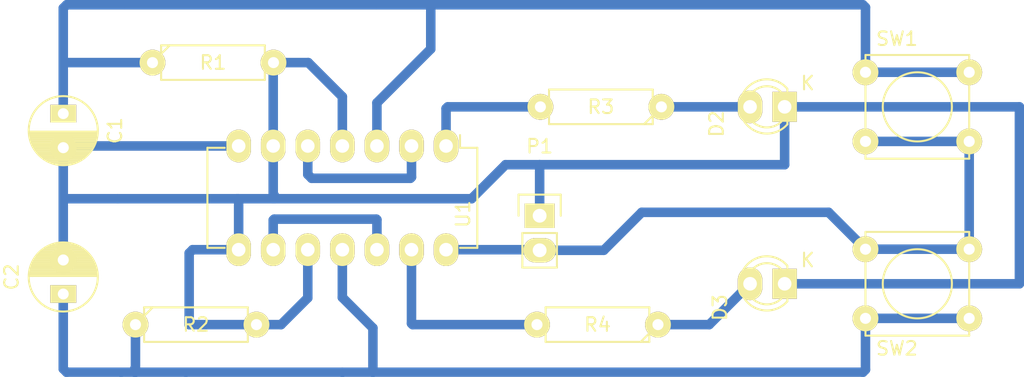
<source format=kicad_pcb>
(kicad_pcb (version 4) (host pcbnew 4.0.1-3.201512221402+6198~38~ubuntu14.04.1-stable)

  (general
    (links 30)
    (no_connects 1)
    (area 110.825 86.949999 187.550002 116.050002)
    (thickness 1.6)
    (drawings 0)
    (tracks 102)
    (zones 0)
    (modules 12)
    (nets 11)
  )

  (page A4)
  (layers
    (0 F.Cu signal)
    (31 B.Cu signal)
    (32 B.Adhes user)
    (33 F.Adhes user)
    (34 B.Paste user)
    (35 F.Paste user)
    (36 B.SilkS user)
    (37 F.SilkS user)
    (38 B.Mask user)
    (39 F.Mask user)
    (40 Dwgs.User user)
    (41 Cmts.User user)
    (42 Eco1.User user)
    (43 Eco2.User user)
    (44 Edge.Cuts user)
    (45 Margin user)
    (46 B.CrtYd user)
    (47 F.CrtYd user)
    (48 B.Fab user)
    (49 F.Fab user)
  )

  (setup
    (last_trace_width 0.7)
    (trace_clearance 0.7)
    (zone_clearance 1.508)
    (zone_45_only yes)
    (trace_min 0.2)
    (segment_width 0.2)
    (edge_width 0.15)
    (via_size 0.5)
    (via_drill 0.4)
    (via_min_size 0.4)
    (via_min_drill 0.3)
    (uvia_size 0.3)
    (uvia_drill 0.1)
    (uvias_allowed no)
    (uvia_min_size 0.2)
    (uvia_min_drill 0.1)
    (pcb_text_width 0.3)
    (pcb_text_size 1.5 1.5)
    (mod_edge_width 0.15)
    (mod_text_size 1 1)
    (mod_text_width 0.15)
    (pad_size 2.5 2)
    (pad_drill 1.00076)
    (pad_to_mask_clearance 0.2)
    (aux_axis_origin 0 0)
    (visible_elements FFFFFF7F)
    (pcbplotparams
      (layerselection 0x00030_80000001)
      (usegerberextensions false)
      (excludeedgelayer true)
      (linewidth 0.100000)
      (plotframeref false)
      (viasonmask false)
      (mode 1)
      (useauxorigin false)
      (hpglpennumber 1)
      (hpglpenspeed 20)
      (hpglpendiameter 15)
      (hpglpenoverlay 2)
      (psnegative false)
      (psa4output false)
      (plotreference true)
      (plotvalue true)
      (plotinvisibletext false)
      (padsonsilk false)
      (subtractmaskfromsilk false)
      (outputformat 1)
      (mirror false)
      (drillshape 1)
      (scaleselection 1)
      (outputdirectory ""))
  )

  (net 0 "")
  (net 1 "Net-(C1-Pad1)")
  (net 2 "Net-(C2-Pad1)")
  (net 3 "Net-(D2-Pad2)")
  (net 4 "Net-(D3-Pad2)")
  (net 5 "Net-(U1-Pad2)")
  (net 6 "Net-(U1-Pad12)")
  (net 7 "Net-(R3-Pad2)")
  (net 8 "Net-(R4-Pad2)")
  (net 9 GND)
  (net 10 VCC)

  (net_class Default "This is the default net class."
    (clearance 0.7)
    (trace_width 0.7)
    (via_dia 0.5)
    (via_drill 0.4)
    (uvia_dia 0.3)
    (uvia_drill 0.1)
    (add_net GND)
    (add_net "Net-(C1-Pad1)")
    (add_net "Net-(C2-Pad1)")
    (add_net "Net-(D2-Pad2)")
    (add_net "Net-(D3-Pad2)")
    (add_net "Net-(R3-Pad2)")
    (add_net "Net-(R4-Pad2)")
    (add_net "Net-(U1-Pad12)")
    (add_net "Net-(U1-Pad2)")
    (add_net VCC)
  )

  (module Capacitors_ThroughHole:C_Radial_D5_L6_P2.5 (layer F.Cu) (tedit 5688FA19) (tstamp 5687248B)
    (at 116.25 96 270)
    (descr "Radial Electrolytic Capacitor Diameter 5mm x Length 6mm, Pitch 2.5mm")
    (tags "Electrolytic Capacitor")
    (path /56871CAE)
    (fp_text reference C1 (at 1.25 -3.8 270) (layer F.SilkS)
      (effects (font (size 1 1) (thickness 0.15)))
    )
    (fp_text value C (at 1.25 3.8 270) (layer F.Fab)
      (effects (font (size 1 1) (thickness 0.15)))
    )
    (fp_line (start 1.325 -2.499) (end 1.325 2.499) (layer F.SilkS) (width 0.15))
    (fp_line (start 1.465 -2.491) (end 1.465 2.491) (layer F.SilkS) (width 0.15))
    (fp_line (start 1.605 -2.475) (end 1.605 -0.095) (layer F.SilkS) (width 0.15))
    (fp_line (start 1.605 0.095) (end 1.605 2.475) (layer F.SilkS) (width 0.15))
    (fp_line (start 1.745 -2.451) (end 1.745 -0.49) (layer F.SilkS) (width 0.15))
    (fp_line (start 1.745 0.49) (end 1.745 2.451) (layer F.SilkS) (width 0.15))
    (fp_line (start 1.885 -2.418) (end 1.885 -0.657) (layer F.SilkS) (width 0.15))
    (fp_line (start 1.885 0.657) (end 1.885 2.418) (layer F.SilkS) (width 0.15))
    (fp_line (start 2.025 -2.377) (end 2.025 -0.764) (layer F.SilkS) (width 0.15))
    (fp_line (start 2.025 0.764) (end 2.025 2.377) (layer F.SilkS) (width 0.15))
    (fp_line (start 2.165 -2.327) (end 2.165 -0.835) (layer F.SilkS) (width 0.15))
    (fp_line (start 2.165 0.835) (end 2.165 2.327) (layer F.SilkS) (width 0.15))
    (fp_line (start 2.305 -2.266) (end 2.305 -0.879) (layer F.SilkS) (width 0.15))
    (fp_line (start 2.305 0.879) (end 2.305 2.266) (layer F.SilkS) (width 0.15))
    (fp_line (start 2.445 -2.196) (end 2.445 -0.898) (layer F.SilkS) (width 0.15))
    (fp_line (start 2.445 0.898) (end 2.445 2.196) (layer F.SilkS) (width 0.15))
    (fp_line (start 2.585 -2.114) (end 2.585 -0.896) (layer F.SilkS) (width 0.15))
    (fp_line (start 2.585 0.896) (end 2.585 2.114) (layer F.SilkS) (width 0.15))
    (fp_line (start 2.725 -2.019) (end 2.725 -0.871) (layer F.SilkS) (width 0.15))
    (fp_line (start 2.725 0.871) (end 2.725 2.019) (layer F.SilkS) (width 0.15))
    (fp_line (start 2.865 -1.908) (end 2.865 -0.823) (layer F.SilkS) (width 0.15))
    (fp_line (start 2.865 0.823) (end 2.865 1.908) (layer F.SilkS) (width 0.15))
    (fp_line (start 3.005 -1.78) (end 3.005 -0.745) (layer F.SilkS) (width 0.15))
    (fp_line (start 3.005 0.745) (end 3.005 1.78) (layer F.SilkS) (width 0.15))
    (fp_line (start 3.145 -1.631) (end 3.145 -0.628) (layer F.SilkS) (width 0.15))
    (fp_line (start 3.145 0.628) (end 3.145 1.631) (layer F.SilkS) (width 0.15))
    (fp_line (start 3.285 -1.452) (end 3.285 -0.44) (layer F.SilkS) (width 0.15))
    (fp_line (start 3.285 0.44) (end 3.285 1.452) (layer F.SilkS) (width 0.15))
    (fp_line (start 3.425 -1.233) (end 3.425 1.233) (layer F.SilkS) (width 0.15))
    (fp_line (start 3.565 -0.944) (end 3.565 0.944) (layer F.SilkS) (width 0.15))
    (fp_line (start 3.705 -0.472) (end 3.705 0.472) (layer F.SilkS) (width 0.15))
    (fp_circle (center 2.5 0) (end 2.5 -0.9) (layer F.SilkS) (width 0.15))
    (fp_circle (center 1.25 0) (end 1.25 -2.5375) (layer F.SilkS) (width 0.15))
    (fp_circle (center 1.25 0) (end 1.25 -2.8) (layer F.CrtYd) (width 0.05))
    (pad 1 thru_hole rect (at 0 0 270) (size 1.3 1.9) (drill 0.8) (layers *.Cu *.Mask F.SilkS)
      (net 1 "Net-(C1-Pad1)"))
    (pad 2 thru_hole circle (at 2.5 0 270) (size 1.9 1.9) (drill 0.8128) (layers *.Cu *.Mask F.SilkS)
      (net 9 GND))
    (model Capacitors_ThroughHole.3dshapes/C_Radial_D5_L6_P2.5.wrl
      (at (xyz 0.0492126 0 0))
      (scale (xyz 1 1 1))
      (rotate (xyz 0 0 90))
    )
  )

  (module Capacitors_ThroughHole:C_Radial_D5_L6_P2.5 (layer F.Cu) (tedit 5688FA11) (tstamp 56872491)
    (at 116.25 109.25 90)
    (descr "Radial Electrolytic Capacitor Diameter 5mm x Length 6mm, Pitch 2.5mm")
    (tags "Electrolytic Capacitor")
    (path /568726DD)
    (fp_text reference C2 (at 1.25 -3.8 90) (layer F.SilkS)
      (effects (font (size 1 1) (thickness 0.15)))
    )
    (fp_text value C (at 1.25 3.8 90) (layer F.Fab)
      (effects (font (size 1 1) (thickness 0.15)))
    )
    (fp_line (start 1.325 -2.499) (end 1.325 2.499) (layer F.SilkS) (width 0.15))
    (fp_line (start 1.465 -2.491) (end 1.465 2.491) (layer F.SilkS) (width 0.15))
    (fp_line (start 1.605 -2.475) (end 1.605 -0.095) (layer F.SilkS) (width 0.15))
    (fp_line (start 1.605 0.095) (end 1.605 2.475) (layer F.SilkS) (width 0.15))
    (fp_line (start 1.745 -2.451) (end 1.745 -0.49) (layer F.SilkS) (width 0.15))
    (fp_line (start 1.745 0.49) (end 1.745 2.451) (layer F.SilkS) (width 0.15))
    (fp_line (start 1.885 -2.418) (end 1.885 -0.657) (layer F.SilkS) (width 0.15))
    (fp_line (start 1.885 0.657) (end 1.885 2.418) (layer F.SilkS) (width 0.15))
    (fp_line (start 2.025 -2.377) (end 2.025 -0.764) (layer F.SilkS) (width 0.15))
    (fp_line (start 2.025 0.764) (end 2.025 2.377) (layer F.SilkS) (width 0.15))
    (fp_line (start 2.165 -2.327) (end 2.165 -0.835) (layer F.SilkS) (width 0.15))
    (fp_line (start 2.165 0.835) (end 2.165 2.327) (layer F.SilkS) (width 0.15))
    (fp_line (start 2.305 -2.266) (end 2.305 -0.879) (layer F.SilkS) (width 0.15))
    (fp_line (start 2.305 0.879) (end 2.305 2.266) (layer F.SilkS) (width 0.15))
    (fp_line (start 2.445 -2.196) (end 2.445 -0.898) (layer F.SilkS) (width 0.15))
    (fp_line (start 2.445 0.898) (end 2.445 2.196) (layer F.SilkS) (width 0.15))
    (fp_line (start 2.585 -2.114) (end 2.585 -0.896) (layer F.SilkS) (width 0.15))
    (fp_line (start 2.585 0.896) (end 2.585 2.114) (layer F.SilkS) (width 0.15))
    (fp_line (start 2.725 -2.019) (end 2.725 -0.871) (layer F.SilkS) (width 0.15))
    (fp_line (start 2.725 0.871) (end 2.725 2.019) (layer F.SilkS) (width 0.15))
    (fp_line (start 2.865 -1.908) (end 2.865 -0.823) (layer F.SilkS) (width 0.15))
    (fp_line (start 2.865 0.823) (end 2.865 1.908) (layer F.SilkS) (width 0.15))
    (fp_line (start 3.005 -1.78) (end 3.005 -0.745) (layer F.SilkS) (width 0.15))
    (fp_line (start 3.005 0.745) (end 3.005 1.78) (layer F.SilkS) (width 0.15))
    (fp_line (start 3.145 -1.631) (end 3.145 -0.628) (layer F.SilkS) (width 0.15))
    (fp_line (start 3.145 0.628) (end 3.145 1.631) (layer F.SilkS) (width 0.15))
    (fp_line (start 3.285 -1.452) (end 3.285 -0.44) (layer F.SilkS) (width 0.15))
    (fp_line (start 3.285 0.44) (end 3.285 1.452) (layer F.SilkS) (width 0.15))
    (fp_line (start 3.425 -1.233) (end 3.425 1.233) (layer F.SilkS) (width 0.15))
    (fp_line (start 3.565 -0.944) (end 3.565 0.944) (layer F.SilkS) (width 0.15))
    (fp_line (start 3.705 -0.472) (end 3.705 0.472) (layer F.SilkS) (width 0.15))
    (fp_circle (center 2.5 0) (end 2.5 -0.9) (layer F.SilkS) (width 0.15))
    (fp_circle (center 1.25 0) (end 1.25 -2.5375) (layer F.SilkS) (width 0.15))
    (fp_circle (center 1.25 0) (end 1.25 -2.8) (layer F.CrtYd) (width 0.05))
    (pad 1 thru_hole rect (at 0 0 90) (size 1.3 1.9) (drill 0.8) (layers *.Cu *.Mask F.SilkS)
      (net 2 "Net-(C2-Pad1)"))
    (pad 2 thru_hole circle (at 2.5 0 90) (size 1.9 1.9) (drill 0.8128) (layers *.Cu *.Mask F.SilkS)
      (net 9 GND))
    (model Capacitors_ThroughHole.3dshapes/C_Radial_D5_L6_P2.5.wrl
      (at (xyz 0.0492126 0 0))
      (scale (xyz 1 1 1))
      (rotate (xyz 0 0 90))
    )
  )

  (module LEDs:LED-3MM (layer F.Cu) (tedit 5688FB1E) (tstamp 56872497)
    (at 169.25 95.5 180)
    (descr "LED 3mm round vertical")
    (tags "LED  3mm round vertical")
    (path /56872304)
    (fp_text reference D2 (at 5 -1.25 270) (layer F.SilkS)
      (effects (font (size 1 1) (thickness 0.15)))
    )
    (fp_text value LED (at -3.75 0.25 270) (layer F.Fab)
      (effects (font (size 1 1) (thickness 0.15)))
    )
    (fp_line (start -1.2 2.3) (end 3.8 2.3) (layer F.CrtYd) (width 0.05))
    (fp_line (start 3.8 2.3) (end 3.8 -2.2) (layer F.CrtYd) (width 0.05))
    (fp_line (start 3.8 -2.2) (end -1.2 -2.2) (layer F.CrtYd) (width 0.05))
    (fp_line (start -1.2 -2.2) (end -1.2 2.3) (layer F.CrtYd) (width 0.05))
    (fp_line (start -0.199 1.314) (end -0.199 1.114) (layer F.SilkS) (width 0.15))
    (fp_line (start -0.199 -1.28) (end -0.199 -1.1) (layer F.SilkS) (width 0.15))
    (fp_arc (start 1.301 0.034) (end -0.199 -1.286) (angle 108.5) (layer F.SilkS) (width 0.15))
    (fp_arc (start 1.301 0.034) (end 0.25 -1.1) (angle 85.7) (layer F.SilkS) (width 0.15))
    (fp_arc (start 1.311 0.034) (end 3.051 0.994) (angle 110) (layer F.SilkS) (width 0.15))
    (fp_arc (start 1.301 0.034) (end 2.335 1.094) (angle 87.5) (layer F.SilkS) (width 0.15))
    (fp_text user K (at -1.69 1.74 180) (layer F.SilkS)
      (effects (font (size 1 1) (thickness 0.15)))
    )
    (pad 1 thru_hole rect (at 0 0 270) (size 2.2 1.8) (drill 1.00076) (layers *.Cu *.Mask F.SilkS)
      (net 9 GND))
    (pad 2 thru_hole oval (at 2.54 0 180) (size 1.8 2.4) (drill 1.00076) (layers *.Cu *.Mask F.SilkS)
      (net 3 "Net-(D2-Pad2)"))
    (model LEDs.3dshapes/LED-3MM.wrl
      (at (xyz 0.05 0 0))
      (scale (xyz 1 1 1))
      (rotate (xyz 0 0 90))
    )
  )

  (module LEDs:LED-3MM (layer F.Cu) (tedit 5688FB16) (tstamp 5687249D)
    (at 169.25 108.5 180)
    (descr "LED 3mm round vertical")
    (tags "LED  3mm round vertical")
    (path /56872702)
    (fp_text reference D3 (at 4.75 -1.75 450) (layer F.SilkS)
      (effects (font (size 1 1) (thickness 0.15)))
    )
    (fp_text value LED (at -3.75 0 270) (layer F.Fab)
      (effects (font (size 1 1) (thickness 0.15)))
    )
    (fp_line (start -1.2 2.3) (end 3.8 2.3) (layer F.CrtYd) (width 0.05))
    (fp_line (start 3.8 2.3) (end 3.8 -2.2) (layer F.CrtYd) (width 0.05))
    (fp_line (start 3.8 -2.2) (end -1.2 -2.2) (layer F.CrtYd) (width 0.05))
    (fp_line (start -1.2 -2.2) (end -1.2 2.3) (layer F.CrtYd) (width 0.05))
    (fp_line (start -0.199 1.314) (end -0.199 1.114) (layer F.SilkS) (width 0.15))
    (fp_line (start -0.199 -1.28) (end -0.199 -1.1) (layer F.SilkS) (width 0.15))
    (fp_arc (start 1.301 0.034) (end -0.199 -1.286) (angle 108.5) (layer F.SilkS) (width 0.15))
    (fp_arc (start 1.301 0.034) (end 0.25 -1.1) (angle 85.7) (layer F.SilkS) (width 0.15))
    (fp_arc (start 1.311 0.034) (end 3.051 0.994) (angle 110) (layer F.SilkS) (width 0.15))
    (fp_arc (start 1.301 0.034) (end 2.335 1.094) (angle 87.5) (layer F.SilkS) (width 0.15))
    (fp_text user K (at -1.69 1.74 180) (layer F.SilkS)
      (effects (font (size 1 1) (thickness 0.15)))
    )
    (pad 1 thru_hole rect (at 0 0 270) (size 2.2 1.8) (drill 1.00076) (layers *.Cu *.Mask F.SilkS)
      (net 9 GND))
    (pad 2 thru_hole oval (at 2.54 0 180) (size 1.8 2.4) (drill 1.00076) (layers *.Cu *.Mask F.SilkS)
      (net 4 "Net-(D3-Pad2)"))
    (model LEDs.3dshapes/LED-3MM.wrl
      (at (xyz 0.05 0 0))
      (scale (xyz 1 1 1))
      (rotate (xyz 0 0 90))
    )
  )

  (module Pin_Headers:Pin_Header_Straight_1x02 (layer F.Cu) (tedit 5688FAFF) (tstamp 568724A3)
    (at 151.25 103.5)
    (descr "Through hole pin header")
    (tags "pin header")
    (path /56872422)
    (fp_text reference P1 (at 0 -5.1) (layer F.SilkS)
      (effects (font (size 1 1) (thickness 0.15)))
    )
    (fp_text value CONN_01X02 (at 6.75 1.25 180) (layer F.Fab)
      (effects (font (size 1 1) (thickness 0.15)))
    )
    (fp_line (start 1.27 1.27) (end 1.27 3.81) (layer F.SilkS) (width 0.15))
    (fp_line (start 1.55 -1.55) (end 1.55 0) (layer F.SilkS) (width 0.15))
    (fp_line (start -1.75 -1.75) (end -1.75 4.3) (layer F.CrtYd) (width 0.05))
    (fp_line (start 1.75 -1.75) (end 1.75 4.3) (layer F.CrtYd) (width 0.05))
    (fp_line (start -1.75 -1.75) (end 1.75 -1.75) (layer F.CrtYd) (width 0.05))
    (fp_line (start -1.75 4.3) (end 1.75 4.3) (layer F.CrtYd) (width 0.05))
    (fp_line (start 1.27 1.27) (end -1.27 1.27) (layer F.SilkS) (width 0.15))
    (fp_line (start -1.55 0) (end -1.55 -1.55) (layer F.SilkS) (width 0.15))
    (fp_line (start -1.55 -1.55) (end 1.55 -1.55) (layer F.SilkS) (width 0.15))
    (fp_line (start -1.27 1.27) (end -1.27 3.81) (layer F.SilkS) (width 0.15))
    (fp_line (start -1.27 3.81) (end 1.27 3.81) (layer F.SilkS) (width 0.15))
    (pad 1 thru_hole rect (at 0 0) (size 2.2 1.8) (drill 1.016) (layers *.Cu *.Mask F.SilkS)
      (net 9 GND))
    (pad 2 thru_hole oval (at 0 2.54) (size 2.4 1.8) (drill 1.016) (layers *.Cu *.Mask F.SilkS)
      (net 10 VCC))
    (model Pin_Headers.3dshapes/Pin_Header_Straight_1x02.wrl
      (at (xyz 0 -0.05 0))
      (scale (xyz 1 1 1))
      (rotate (xyz 0 0 90))
    )
  )

  (module Discret:R3-5 (layer F.Cu) (tedit 5688F96C) (tstamp 568724A9)
    (at 127.25 92.25)
    (path /56871C69)
    (fp_text reference R1 (at 0 0) (layer F.SilkS)
      (effects (font (size 1 1) (thickness 0.15)))
    )
    (fp_text value R (at 0 0) (layer F.Fab)
      (effects (font (size 1 1) (thickness 0.15)))
    )
    (fp_line (start -3.81 -0.635) (end -3.81 1.27) (layer F.SilkS) (width 0.15))
    (fp_line (start -3.81 1.27) (end 3.81 1.27) (layer F.SilkS) (width 0.15))
    (fp_line (start 3.81 1.27) (end 3.81 -1.27) (layer F.SilkS) (width 0.15))
    (fp_line (start 3.81 -1.27) (end -3.81 -1.27) (layer F.SilkS) (width 0.15))
    (fp_line (start -3.81 -1.27) (end -3.81 -0.635) (layer F.SilkS) (width 0.15))
    (fp_line (start -4.445 0) (end -3.81 0) (layer F.SilkS) (width 0.15))
    (fp_line (start 3.81 0) (end 4.445 0) (layer F.SilkS) (width 0.15))
    (fp_line (start -3.81 -0.635) (end -3.175 -1.27) (layer F.SilkS) (width 0.15))
    (pad 1 thru_hole circle (at -4.445 0) (size 1.9 1.9) (drill 0.8128) (layers *.Cu *.Mask F.SilkS)
      (net 1 "Net-(C1-Pad1)"))
    (pad 2 thru_hole circle (at 4.445 0) (size 1.9 1.9) (drill 0.8128) (layers *.Cu *.Mask F.SilkS)
      (net 9 GND))
    (model Discret.3dshapes/R3-5.wrl
      (at (xyz 0 0 0))
      (scale (xyz 0.35 0.35 0.3))
      (rotate (xyz 0 0 0))
    )
  )

  (module Discret:R3-5 (layer F.Cu) (tedit 5688F994) (tstamp 568724AF)
    (at 126 111.5)
    (path /568726D7)
    (fp_text reference R2 (at 0 0) (layer F.SilkS)
      (effects (font (size 1 1) (thickness 0.15)))
    )
    (fp_text value R (at 0 0) (layer F.Fab)
      (effects (font (size 1 1) (thickness 0.15)))
    )
    (fp_line (start -3.81 -0.635) (end -3.81 1.27) (layer F.SilkS) (width 0.15))
    (fp_line (start -3.81 1.27) (end 3.81 1.27) (layer F.SilkS) (width 0.15))
    (fp_line (start 3.81 1.27) (end 3.81 -1.27) (layer F.SilkS) (width 0.15))
    (fp_line (start 3.81 -1.27) (end -3.81 -1.27) (layer F.SilkS) (width 0.15))
    (fp_line (start -3.81 -1.27) (end -3.81 -0.635) (layer F.SilkS) (width 0.15))
    (fp_line (start -4.445 0) (end -3.81 0) (layer F.SilkS) (width 0.15))
    (fp_line (start 3.81 0) (end 4.445 0) (layer F.SilkS) (width 0.15))
    (fp_line (start -3.81 -0.635) (end -3.175 -1.27) (layer F.SilkS) (width 0.15))
    (pad 1 thru_hole circle (at -4.445 0) (size 1.9 1.9) (drill 0.8128) (layers *.Cu *.Mask F.SilkS)
      (net 2 "Net-(C2-Pad1)"))
    (pad 2 thru_hole circle (at 4.445 0) (size 1.9 1.9) (drill 0.8128) (layers *.Cu *.Mask F.SilkS)
      (net 9 GND))
    (model Discret.3dshapes/R3-5.wrl
      (at (xyz 0 0 0))
      (scale (xyz 0.35 0.35 0.3))
      (rotate (xyz 0 0 0))
    )
  )

  (module Buttons_Switches_ThroughHole:SW_PUSH_SMALL (layer F.Cu) (tedit 5688F9D1) (tstamp 568724B7)
    (at 179 95.5)
    (path /568719FB)
    (fp_text reference SW1 (at -1.5 -5) (layer F.SilkS)
      (effects (font (size 1 1) (thickness 0.15)))
    )
    (fp_text value SW_PUSH (at 0 5) (layer F.Fab)
      (effects (font (size 1 1) (thickness 0.15)))
    )
    (fp_circle (center 0 0) (end 0 -2.54) (layer F.SilkS) (width 0.15))
    (fp_line (start -3.81 -3.81) (end 3.81 -3.81) (layer F.SilkS) (width 0.15))
    (fp_line (start 3.81 -3.81) (end 3.81 3.81) (layer F.SilkS) (width 0.15))
    (fp_line (start 3.81 3.81) (end -3.81 3.81) (layer F.SilkS) (width 0.15))
    (fp_line (start -3.81 -3.81) (end -3.81 3.81) (layer F.SilkS) (width 0.15))
    (pad 1 thru_hole circle (at 3.81 -2.54) (size 1.9 1.9) (drill 0.8128) (layers *.Cu *.Mask F.SilkS)
      (net 1 "Net-(C1-Pad1)"))
    (pad 2 thru_hole circle (at 3.81 2.54) (size 1.9 1.9) (drill 0.8128) (layers *.Cu *.Mask F.SilkS)
      (net 10 VCC))
    (pad 1 thru_hole circle (at -3.81 -2.54) (size 1.9 1.9) (drill 0.8128) (layers *.Cu *.Mask F.SilkS)
      (net 1 "Net-(C1-Pad1)"))
    (pad 2 thru_hole circle (at -3.81 2.54) (size 1.9 1.9) (drill 0.8128) (layers *.Cu *.Mask F.SilkS)
      (net 10 VCC))
  )

  (module Buttons_Switches_ThroughHole:SW_PUSH_SMALL (layer F.Cu) (tedit 5688F9C5) (tstamp 568724BF)
    (at 179 108.5 180)
    (path /568726D1)
    (fp_text reference SW2 (at 1.5 -4.75 180) (layer F.SilkS)
      (effects (font (size 1 1) (thickness 0.15)))
    )
    (fp_text value SW_PUSH (at 0 4.75 180) (layer F.Fab)
      (effects (font (size 1 1) (thickness 0.15)))
    )
    (fp_circle (center 0 0) (end 0 -2.54) (layer F.SilkS) (width 0.15))
    (fp_line (start -3.81 -3.81) (end 3.81 -3.81) (layer F.SilkS) (width 0.15))
    (fp_line (start 3.81 -3.81) (end 3.81 3.81) (layer F.SilkS) (width 0.15))
    (fp_line (start 3.81 3.81) (end -3.81 3.81) (layer F.SilkS) (width 0.15))
    (fp_line (start -3.81 -3.81) (end -3.81 3.81) (layer F.SilkS) (width 0.15))
    (pad 1 thru_hole circle (at 3.81 -2.54 180) (size 1.9 1.9) (drill 0.8128) (layers *.Cu *.Mask F.SilkS)
      (net 2 "Net-(C2-Pad1)"))
    (pad 2 thru_hole circle (at 3.81 2.54 180) (size 1.9 1.9) (drill 0.8128) (layers *.Cu *.Mask F.SilkS)
      (net 10 VCC))
    (pad 1 thru_hole circle (at -3.81 -2.54 180) (size 1.9 1.9) (drill 0.8128) (layers *.Cu *.Mask F.SilkS)
      (net 2 "Net-(C2-Pad1)"))
    (pad 2 thru_hole circle (at -3.81 2.54 180) (size 1.9 1.9) (drill 0.8128) (layers *.Cu *.Mask F.SilkS)
      (net 10 VCC))
  )

  (module Housings_DIP:DIP-14_W7.62mm (layer F.Cu) (tedit 5688FC76) (tstamp 568724D1)
    (at 144.375 98.375 270)
    (descr "14-lead dip package, row spacing 7.62 mm (300 mils)")
    (tags "dil dip 2.54 300")
    (path /56871D96)
    (fp_text reference U1 (at 5 -1.25 270) (layer F.SilkS)
      (effects (font (size 1 1) (thickness 0.15)))
    )
    (fp_text value 4013 (at 2.625 -0.125 540) (layer F.Fab)
      (effects (font (size 1 1) (thickness 0.15)))
    )
    (fp_line (start -1.05 -2.45) (end -1.05 17.7) (layer F.CrtYd) (width 0.05))
    (fp_line (start 8.65 -2.45) (end 8.65 17.7) (layer F.CrtYd) (width 0.05))
    (fp_line (start -1.05 -2.45) (end 8.65 -2.45) (layer F.CrtYd) (width 0.05))
    (fp_line (start -1.05 17.7) (end 8.65 17.7) (layer F.CrtYd) (width 0.05))
    (fp_line (start 0.135 -2.295) (end 0.135 -1.025) (layer F.SilkS) (width 0.15))
    (fp_line (start 7.485 -2.295) (end 7.485 -1.025) (layer F.SilkS) (width 0.15))
    (fp_line (start 7.485 17.535) (end 7.485 16.265) (layer F.SilkS) (width 0.15))
    (fp_line (start 0.135 17.535) (end 0.135 16.265) (layer F.SilkS) (width 0.15))
    (fp_line (start 0.135 -2.295) (end 7.485 -2.295) (layer F.SilkS) (width 0.15))
    (fp_line (start 0.135 17.535) (end 7.485 17.535) (layer F.SilkS) (width 0.15))
    (fp_line (start 0.135 -1.025) (end -0.8 -1.025) (layer F.SilkS) (width 0.15))
    (pad 1 thru_hole oval (at 0 0 270) (size 2.4 1.8) (drill 1.00076) (layers *.Cu *.Mask F.SilkS)
      (net 7 "Net-(R3-Pad2)"))
    (pad 2 thru_hole oval (at 0 2.54 270) (size 2.4 1.8) (drill 1.00076) (layers *.Cu *.Mask F.SilkS)
      (net 5 "Net-(U1-Pad2)"))
    (pad 3 thru_hole oval (at 0 5.08 270) (size 2.4 1.8) (drill 1.00076) (layers *.Cu *.Mask F.SilkS)
      (net 1 "Net-(C1-Pad1)"))
    (pad 4 thru_hole oval (at 0 7.62 270) (size 2.4 1.8) (drill 1.00076) (layers *.Cu *.Mask F.SilkS)
      (net 9 GND))
    (pad 5 thru_hole oval (at 0 10.16 270) (size 2.4 1.8) (drill 1.00076) (layers *.Cu *.Mask F.SilkS)
      (net 5 "Net-(U1-Pad2)"))
    (pad 6 thru_hole oval (at 0 12.7 270) (size 2.4 1.8) (drill 1.00076) (layers *.Cu *.Mask F.SilkS)
      (net 9 GND))
    (pad 7 thru_hole oval (at 0 15.24 270) (size 2.4 1.8) (drill 1.00076) (layers *.Cu *.Mask F.SilkS)
      (net 9 GND))
    (pad 8 thru_hole oval (at 7.62 15.24 270) (size 2.4 1.8) (drill 1.00076) (layers *.Cu *.Mask F.SilkS)
      (net 9 GND))
    (pad 9 thru_hole oval (at 7.62 12.7 270) (size 2.4 1.8) (drill 1.00076) (layers *.Cu *.Mask F.SilkS)
      (net 6 "Net-(U1-Pad12)"))
    (pad 10 thru_hole oval (at 7.62 10.16 270) (size 2.4 1.8) (drill 1.00076) (layers *.Cu *.Mask F.SilkS)
      (net 9 GND))
    (pad 11 thru_hole oval (at 7.62 7.62 270) (size 2.4 1.8) (drill 1.00076) (layers *.Cu *.Mask F.SilkS)
      (net 2 "Net-(C2-Pad1)"))
    (pad 12 thru_hole oval (at 7.62 5.08 270) (size 2.4 1.8) (drill 1.00076) (layers *.Cu *.Mask F.SilkS)
      (net 6 "Net-(U1-Pad12)"))
    (pad 13 thru_hole oval (at 7.62 2.54 270) (size 2.4 1.8) (drill 1.00076) (layers *.Cu *.Mask F.SilkS)
      (net 8 "Net-(R4-Pad2)"))
    (pad 14 thru_hole oval (at 7.62 0 270) (size 2.4 1.8) (drill 1.00076) (layers *.Cu *.Mask F.SilkS)
      (net 10 VCC))
    (model Housings_DIP.3dshapes/DIP-14_W7.62mm.wrl
      (at (xyz 0 0 0))
      (scale (xyz 1 1 1))
      (rotate (xyz 0 0 0))
    )
  )

  (module Discret:R3-5 (layer F.Cu) (tedit 5688F946) (tstamp 5687B0E7)
    (at 155.75 95.5 180)
    (path /5687B0FC)
    (fp_text reference R3 (at 0 0 180) (layer F.SilkS)
      (effects (font (size 1 1) (thickness 0.15)))
    )
    (fp_text value R (at 0 0 180) (layer F.Fab)
      (effects (font (size 1 1) (thickness 0.15)))
    )
    (fp_line (start -3.81 -0.635) (end -3.81 1.27) (layer F.SilkS) (width 0.15))
    (fp_line (start -3.81 1.27) (end 3.81 1.27) (layer F.SilkS) (width 0.15))
    (fp_line (start 3.81 1.27) (end 3.81 -1.27) (layer F.SilkS) (width 0.15))
    (fp_line (start 3.81 -1.27) (end -3.81 -1.27) (layer F.SilkS) (width 0.15))
    (fp_line (start -3.81 -1.27) (end -3.81 -0.635) (layer F.SilkS) (width 0.15))
    (fp_line (start -4.445 0) (end -3.81 0) (layer F.SilkS) (width 0.15))
    (fp_line (start 3.81 0) (end 4.445 0) (layer F.SilkS) (width 0.15))
    (fp_line (start -3.81 -0.635) (end -3.175 -1.27) (layer F.SilkS) (width 0.15))
    (pad 1 thru_hole circle (at -4.445 0 180) (size 1.9 1.9) (drill 0.8128) (layers *.Cu *.Mask F.SilkS)
      (net 3 "Net-(D2-Pad2)"))
    (pad 2 thru_hole circle (at 4.445 0 180) (size 1.9 1.9) (drill 0.8128) (layers *.Cu *.Mask F.SilkS)
      (net 7 "Net-(R3-Pad2)"))
    (model Discret.3dshapes/R3-5.wrl
      (at (xyz 0 0 0))
      (scale (xyz 0.35 0.35 0.3))
      (rotate (xyz 0 0 0))
    )
  )

  (module Discret:R3-5 (layer F.Cu) (tedit 5688F9A3) (tstamp 5687B0ED)
    (at 155.5 111.5 180)
    (path /5687B13F)
    (fp_text reference R4 (at 0 0 180) (layer F.SilkS)
      (effects (font (size 1 1) (thickness 0.15)))
    )
    (fp_text value R (at 0 0 180) (layer F.Fab)
      (effects (font (size 1 1) (thickness 0.15)))
    )
    (fp_line (start -3.81 -0.635) (end -3.81 1.27) (layer F.SilkS) (width 0.15))
    (fp_line (start -3.81 1.27) (end 3.81 1.27) (layer F.SilkS) (width 0.15))
    (fp_line (start 3.81 1.27) (end 3.81 -1.27) (layer F.SilkS) (width 0.15))
    (fp_line (start 3.81 -1.27) (end -3.81 -1.27) (layer F.SilkS) (width 0.15))
    (fp_line (start -3.81 -1.27) (end -3.81 -0.635) (layer F.SilkS) (width 0.15))
    (fp_line (start -4.445 0) (end -3.81 0) (layer F.SilkS) (width 0.15))
    (fp_line (start 3.81 0) (end 4.445 0) (layer F.SilkS) (width 0.15))
    (fp_line (start -3.81 -0.635) (end -3.175 -1.27) (layer F.SilkS) (width 0.15))
    (pad 1 thru_hole circle (at -4.445 0 180) (size 1.9 1.9) (drill 0.8128) (layers *.Cu *.Mask F.SilkS)
      (net 4 "Net-(D3-Pad2)"))
    (pad 2 thru_hole circle (at 4.445 0 180) (size 1.9 1.9) (drill 0.8128) (layers *.Cu *.Mask F.SilkS)
      (net 8 "Net-(R4-Pad2)"))
    (model Discret.3dshapes/R3-5.wrl
      (at (xyz 0 0 0))
      (scale (xyz 0.35 0.35 0.3))
      (rotate (xyz 0 0 0))
    )
  )

  (segment (start 116.25 92) (end 116.25 96) (width 0.7) (layer B.Cu) (net 1))
  (segment (start 116.25 92.25) (end 116.25 92) (width 0.7) (layer B.Cu) (net 1))
  (segment (start 116.25 92) (end 116.25 88.25) (width 0.7) (layer B.Cu) (net 1) (tstamp 568903BC))
  (segment (start 139.25 88) (end 143.25 88) (width 0.7) (layer B.Cu) (net 1) (tstamp 56885DFD))
  (segment (start 127.75 88) (end 139.25 88) (width 0.7) (layer B.Cu) (net 1) (tstamp 56885DF2))
  (segment (start 120.75 88) (end 127.75 88) (width 0.7) (layer B.Cu) (net 1) (tstamp 56885DCE))
  (segment (start 116.5 88) (end 120.75 88) (width 0.7) (layer B.Cu) (net 1) (tstamp 56890377))
  (segment (start 116.25 88.25) (end 116.5 88) (width 0.7) (layer B.Cu) (net 1) (tstamp 56890376))
  (segment (start 116.25 92.25) (end 122.805 92.25) (width 0.7) (layer B.Cu) (net 1) (tstamp 56890373))
  (segment (start 139.295 98.375) (end 139.295 95.205) (width 0.7) (layer B.Cu) (net 1))
  (segment (start 139.295 95.205) (end 143.25 91.25) (width 0.7) (layer B.Cu) (net 1) (tstamp 56890268))
  (segment (start 143.25 91.25) (end 143.25 88) (width 0.7) (layer B.Cu) (net 1) (tstamp 56890269))
  (segment (start 143.25 88) (end 143.25 88.25) (width 0.7) (layer B.Cu) (net 1) (tstamp 5689026A))
  (segment (start 143.25 88.25) (end 143.25 88) (width 0.7) (layer B.Cu) (net 1) (tstamp 5689026C))
  (segment (start 175.19 88.19) (end 175.19 92.96) (width 0.7) (layer B.Cu) (net 1) (tstamp 56885DE5))
  (segment (start 143.25 88) (end 175 88) (width 0.7) (layer B.Cu) (net 1) (tstamp 5689026D))
  (segment (start 175 88) (end 175.19 88.19) (width 0.7) (layer B.Cu) (net 1) (tstamp 56885DDF))
  (segment (start 175.19 92.96) (end 182.81 92.96) (width 0.7) (layer B.Cu) (net 1))
  (segment (start 121.555 111.5) (end 121.555 115) (width 0.7) (layer B.Cu) (net 2))
  (segment (start 121.5 114.75) (end 121.5 115) (width 0.7) (layer B.Cu) (net 2) (tstamp 568903EE))
  (segment (start 121.5 114.945) (end 121.5 114.75) (width 0.7) (layer B.Cu) (net 2) (tstamp 568903ED))
  (segment (start 121.555 115) (end 121.5 114.945) (width 0.7) (layer B.Cu) (net 2) (tstamp 568903EC))
  (segment (start 120.5 115) (end 116.5 115) (width 0.7) (layer B.Cu) (net 2))
  (segment (start 125.25 115) (end 121.5 115) (width 0.7) (layer B.Cu) (net 2) (tstamp 56885AE4))
  (segment (start 121.5 115) (end 120.5 115) (width 0.7) (layer B.Cu) (net 2) (tstamp 568903EF))
  (segment (start 116.25 114.75) (end 116.25 109.25) (width 0.7) (layer B.Cu) (net 2) (tstamp 5689038B))
  (segment (start 116.5 115) (end 116.25 114.75) (width 0.7) (layer B.Cu) (net 2) (tstamp 5689038A))
  (segment (start 136.755 115) (end 139 115) (width 0.7) (layer B.Cu) (net 2))
  (segment (start 125.25 115) (end 136.75 115) (width 0.7) (layer B.Cu) (net 2) (tstamp 56885B34))
  (segment (start 136.755 115) (end 136.75 114.995) (width 0.7) (layer B.Cu) (net 2) (tstamp 56885AEC))
  (segment (start 136.755 105.995) (end 136.755 109.505) (width 0.7) (layer B.Cu) (net 2))
  (segment (start 139 111.75) (end 139 115) (width 0.7) (layer B.Cu) (net 2) (tstamp 56890271))
  (segment (start 136.755 109.505) (end 139 111.75) (width 0.7) (layer B.Cu) (net 2) (tstamp 56890270))
  (segment (start 139 115) (end 175 115) (width 0.7) (layer B.Cu) (net 2) (tstamp 56890274))
  (segment (start 175.19 114.81) (end 175.19 111.04) (width 0.7) (layer B.Cu) (net 2) (tstamp 56885CBC))
  (segment (start 175 115) (end 175.19 114.81) (width 0.7) (layer B.Cu) (net 2) (tstamp 56885CB9))
  (segment (start 175.19 111.04) (end 182.81 111.04) (width 0.7) (layer B.Cu) (net 2))
  (segment (start 160.195 95.5) (end 166.71 95.5) (width 0.7) (layer B.Cu) (net 3))
  (segment (start 159.945 111.5) (end 163.71 111.5) (width 0.7) (layer B.Cu) (net 4))
  (segment (start 163.71 111.5) (end 166.71 108.5) (width 0.7) (layer B.Cu) (net 4) (tstamp 56885C9B))
  (segment (start 134.215 98.375) (end 134.215 100.465) (width 0.7) (layer B.Cu) (net 5))
  (segment (start 141.835 100.665) (end 141.835 98.375) (width 0.7) (layer B.Cu) (net 5) (tstamp 56885D53))
  (segment (start 141.75 100.75) (end 141.835 100.665) (width 0.7) (layer B.Cu) (net 5) (tstamp 56885D50))
  (segment (start 134.5 100.75) (end 141.75 100.75) (width 0.7) (layer B.Cu) (net 5) (tstamp 56885D4E))
  (segment (start 134.215 100.465) (end 134.5 100.75) (width 0.7) (layer B.Cu) (net 5) (tstamp 56885D4B))
  (segment (start 131.675 105.995) (end 131.675 103.825) (width 0.7) (layer B.Cu) (net 6))
  (segment (start 139.295 103.795) (end 139.295 105.995) (width 0.7) (layer B.Cu) (net 6) (tstamp 56885D2A))
  (segment (start 139.25 103.75) (end 139.295 103.795) (width 0.7) (layer B.Cu) (net 6) (tstamp 56885D28))
  (segment (start 131.75 103.75) (end 139.25 103.75) (width 0.7) (layer B.Cu) (net 6) (tstamp 56885D24))
  (segment (start 131.675 103.825) (end 131.75 103.75) (width 0.7) (layer B.Cu) (net 6) (tstamp 56885D1A))
  (segment (start 144.375 98.375) (end 144.375 95.625) (width 0.7) (layer B.Cu) (net 7))
  (segment (start 144.375 95.625) (end 144.5 95.5) (width 0.7) (layer B.Cu) (net 7) (tstamp 56885D58))
  (segment (start 144.5 95.5) (end 151.305 95.5) (width 0.7) (layer B.Cu) (net 7) (tstamp 56885D5F))
  (segment (start 144.415 98.335) (end 144.375 98.375) (width 0.8) (layer B.Cu) (net 7) (tstamp 5687377E))
  (segment (start 141.835 105.995) (end 141.835 111.415) (width 0.7) (layer B.Cu) (net 8))
  (segment (start 141.92 111.5) (end 151.055 111.5) (width 0.7) (layer B.Cu) (net 8) (tstamp 56885D7D))
  (segment (start 141.835 111.415) (end 141.92 111.5) (width 0.7) (layer B.Cu) (net 8) (tstamp 56885D7B))
  (segment (start 129.135 105.995) (end 125.755 105.995) (width 0.7) (layer B.Cu) (net 9))
  (segment (start 125.5 111.5) (end 130.445 111.5) (width 0.7) (layer B.Cu) (net 9) (tstamp 568903E4))
  (segment (start 125.5 106.25) (end 125.5 111.5) (width 0.7) (layer B.Cu) (net 9) (tstamp 568903E3))
  (segment (start 125.755 105.995) (end 125.5 106.25) (width 0.7) (layer B.Cu) (net 9) (tstamp 568903E2))
  (segment (start 134.215 105.995) (end 134.215 109.535) (width 0.7) (layer B.Cu) (net 9))
  (segment (start 134.215 109.535) (end 132.25 111.5) (width 0.7) (layer B.Cu) (net 9) (tstamp 568903DD))
  (segment (start 132.25 111.5) (end 130.445 111.5) (width 0.7) (layer B.Cu) (net 9) (tstamp 568903DE))
  (segment (start 129.135 98.375) (end 116.375 98.375) (width 0.7) (layer B.Cu) (net 9))
  (segment (start 116.375 98.375) (end 116.25 98.5) (width 0.7) (layer B.Cu) (net 9) (tstamp 568903C2))
  (segment (start 116.25 98.5) (end 116.25 106.75) (width 0.7) (layer B.Cu) (net 9))
  (segment (start 116.25 102.25) (end 120.25 102.25) (width 0.7) (layer B.Cu) (net 9))
  (segment (start 120.25 102.25) (end 129 102.25) (width 0.7) (layer B.Cu) (net 9))
  (segment (start 136.755 98.375) (end 136.755 94.755) (width 0.7) (layer B.Cu) (net 9))
  (segment (start 134.25 92.25) (end 131.695 92.25) (width 0.7) (layer B.Cu) (net 9) (tstamp 5689031E))
  (segment (start 136.755 94.755) (end 134.25 92.25) (width 0.7) (layer B.Cu) (net 9) (tstamp 5689031D))
  (segment (start 131.675 98.375) (end 131.675 92.27) (width 0.7) (layer B.Cu) (net 9))
  (segment (start 131.675 92.27) (end 131.695 92.25) (width 0.7) (layer B.Cu) (net 9) (tstamp 5689031A))
  (segment (start 169.25 95.5) (end 186.5 95.5) (width 0.7) (layer B.Cu) (net 9))
  (segment (start 186.5 108.5) (end 169.25 108.5) (width 0.7) (layer B.Cu) (net 9) (tstamp 56885F8B))
  (segment (start 186.5 95.5) (end 186.5 108.5) (width 0.7) (layer B.Cu) (net 9) (tstamp 56885F87))
  (segment (start 151.25 103.5) (end 151.25 99.75) (width 0.7) (layer B.Cu) (net 9))
  (segment (start 131.675 102.25) (end 146.25 102.25) (width 0.7) (layer B.Cu) (net 9))
  (segment (start 169.25 99.75) (end 169.25 95.5) (width 0.7) (layer B.Cu) (net 9) (tstamp 56885E44))
  (segment (start 148.75 99.75) (end 151.25 99.75) (width 0.7) (layer B.Cu) (net 9) (tstamp 56885E3E))
  (segment (start 151.25 99.75) (end 169.25 99.75) (width 0.7) (layer B.Cu) (net 9) (tstamp 56885E57))
  (segment (start 146.25 102.25) (end 148.75 99.75) (width 0.7) (layer B.Cu) (net 9) (tstamp 56885E3A))
  (segment (start 129.135 105.995) (end 129.135 102.25) (width 0.7) (layer B.Cu) (net 9))
  (segment (start 129.135 102.25) (end 129 102.25) (width 0.7) (layer B.Cu) (net 9) (tstamp 56885D11))
  (segment (start 131.675 98.375) (end 131.675 102.25) (width 0.7) (layer B.Cu) (net 9))
  (segment (start 131.75 102) (end 131.75 102.25) (width 0.7) (layer B.Cu) (net 9) (tstamp 56885CEE))
  (segment (start 129 102.25) (end 131.75 102.25) (width 0.7) (layer B.Cu) (net 9) (tstamp 56885D14))
  (segment (start 131.675 102.25) (end 131.75 102.175) (width 0.7) (layer B.Cu) (net 9) (tstamp 56885CEC))
  (segment (start 131.75 102.175) (end 131.75 102) (width 0.7) (layer B.Cu) (net 9) (tstamp 56885CED))
  (segment (start 129.135 98.375) (end 129.135 98.365) (width 0.8) (layer B.Cu) (net 9))
  (segment (start 182.81 98.04) (end 182.81 105.96) (width 0.7) (layer B.Cu) (net 10))
  (segment (start 151.25 106.04) (end 155.96 106.04) (width 0.7) (layer B.Cu) (net 10))
  (segment (start 172.48 103.25) (end 175.19 105.96) (width 0.7) (layer B.Cu) (net 10) (tstamp 56885E8A))
  (segment (start 158.75 103.25) (end 172.48 103.25) (width 0.7) (layer B.Cu) (net 10) (tstamp 56885E88))
  (segment (start 155.96 106.04) (end 158.75 103.25) (width 0.7) (layer B.Cu) (net 10) (tstamp 56885E85))
  (segment (start 175.11 106.04) (end 175.19 105.96) (width 0.7) (layer B.Cu) (net 10) (tstamp 56885E07))
  (segment (start 175.19 105.96) (end 182.81 105.96) (width 0.7) (layer B.Cu) (net 10))
  (segment (start 175.02 106.04) (end 175.19 106.21) (width 0.7) (layer B.Cu) (net 10) (tstamp 56885C4B))
  (segment (start 175.19 98.04) (end 182.81 98.04) (width 0.7) (layer B.Cu) (net 10))
  (segment (start 144.375 105.995) (end 151.205 105.995) (width 0.7) (layer B.Cu) (net 10))
  (segment (start 151.205 105.995) (end 151.25 106.04) (width 0.7) (layer B.Cu) (net 10) (tstamp 56885972))

)

</source>
